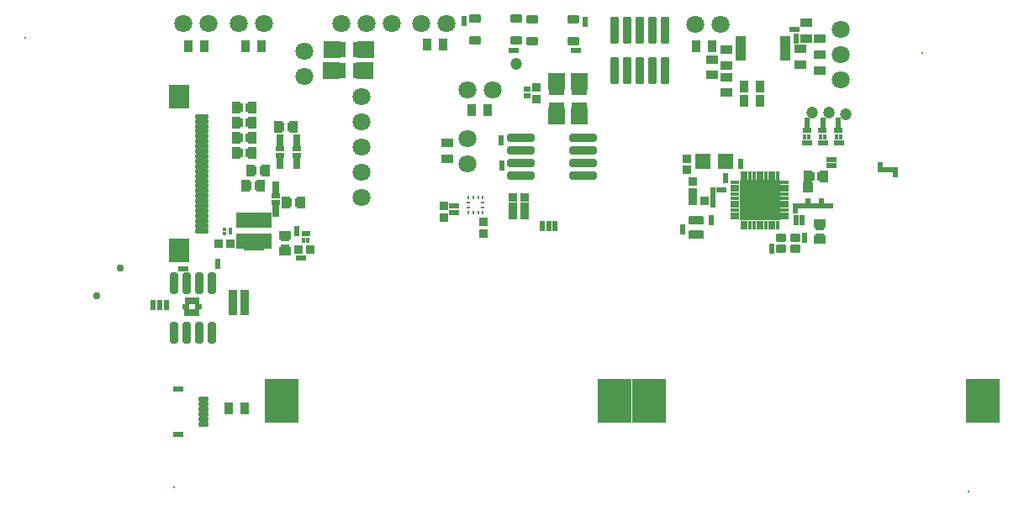
<source format=gts>
G04 Layer_Color=8388736*
%FSLAX44Y44*%
%MOMM*%
G71*
G01*
G75*
%ADD93R,0.2499X0.3000*%
%ADD94R,0.3000X0.2499*%
%ADD95R,3.4032X4.4032*%
%ADD96R,0.6332X0.4831*%
%ADD97R,0.9652X1.1684*%
%ADD98R,0.4532X0.7032*%
%ADD99R,0.4532X0.4032*%
%ADD100R,1.1684X0.9652*%
%ADD101R,0.9032X0.9032*%
G04:AMPARAMS|DCode=102|XSize=1.2032mm|YSize=1.2032mm|CornerRadius=0.6016mm|HoleSize=0mm|Usage=FLASHONLY|Rotation=90.000|XOffset=0mm|YOffset=0mm|HoleType=Round|Shape=RoundedRectangle|*
%AMROUNDEDRECTD102*
21,1,1.2032,0.0000,0,0,90.0*
21,1,0.0000,1.2032,0,0,90.0*
1,1,1.2032,0.0000,0.0000*
1,1,1.2032,0.0000,0.0000*
1,1,1.2032,0.0000,0.0000*
1,1,1.2032,0.0000,0.0000*
%
%ADD102ROUNDEDRECTD102*%
G04:AMPARAMS|DCode=103|XSize=1.2032mm|YSize=1.2032mm|CornerRadius=0.6016mm|HoleSize=0mm|Usage=FLASHONLY|Rotation=0.000|XOffset=0mm|YOffset=0mm|HoleType=Round|Shape=RoundedRectangle|*
%AMROUNDEDRECTD103*
21,1,1.2032,0.0000,0,0,0.0*
21,1,0.0000,1.2032,0,0,0.0*
1,1,1.2032,0.0000,0.0000*
1,1,1.2032,0.0000,0.0000*
1,1,1.2032,0.0000,0.0000*
1,1,1.2032,0.0000,0.0000*
%
%ADD103ROUNDEDRECTD103*%
%ADD104R,0.4831X0.6332*%
%ADD105R,0.5032X0.5032*%
%ADD106R,0.5032X0.5032*%
%ADD107R,0.9032X0.9032*%
%ADD108R,2.2032X1.0531*%
%ADD109R,0.9032X0.6032*%
%ADD110R,0.7531X0.5032*%
%ADD111R,0.7333X1.4531*%
%ADD112R,0.4531X0.6032*%
%ADD113R,3.6032X1.5032*%
%ADD114R,0.7033X0.5032*%
%ADD115R,0.5032X0.7033*%
%ADD116R,0.5733X0.7033*%
G04:AMPARAMS|DCode=117|XSize=1.8532mm|YSize=0.8132mm|CornerRadius=0.1779mm|HoleSize=0mm|Usage=FLASHONLY|Rotation=0.000|XOffset=0mm|YOffset=0mm|HoleType=Round|Shape=RoundedRectangle|*
%AMROUNDEDRECTD117*
21,1,1.8532,0.4575,0,0,0.0*
21,1,1.4975,0.8132,0,0,0.0*
1,1,0.3557,0.7488,-0.2288*
1,1,0.3557,-0.7488,-0.2288*
1,1,0.3557,-0.7488,0.2288*
1,1,0.3557,0.7488,0.2288*
%
%ADD117ROUNDEDRECTD117*%
G04:AMPARAMS|DCode=118|XSize=1.8532mm|YSize=0.7832mm|CornerRadius=0.1741mm|HoleSize=0mm|Usage=FLASHONLY|Rotation=0.000|XOffset=0mm|YOffset=0mm|HoleType=Round|Shape=RoundedRectangle|*
%AMROUNDEDRECTD118*
21,1,1.8532,0.4350,0,0,0.0*
21,1,1.5050,0.7832,0,0,0.0*
1,1,0.3482,0.7525,-0.2175*
1,1,0.3482,-0.7525,-0.2175*
1,1,0.3482,-0.7525,0.2175*
1,1,0.3482,0.7525,0.2175*
%
%ADD118ROUNDEDRECTD118*%
%ADD119R,1.1032X0.5232*%
G04:AMPARAMS|DCode=120|XSize=2.1732mm|YSize=0.7932mm|CornerRadius=0.1754mm|HoleSize=0mm|Usage=FLASHONLY|Rotation=90.000|XOffset=0mm|YOffset=0mm|HoleType=Round|Shape=RoundedRectangle|*
%AMROUNDEDRECTD120*
21,1,2.1732,0.4425,0,0,90.0*
21,1,1.8225,0.7932,0,0,90.0*
1,1,0.3507,0.2213,0.9113*
1,1,0.3507,0.2213,-0.9113*
1,1,0.3507,-0.2213,-0.9113*
1,1,0.3507,-0.2213,0.9113*
%
%ADD120ROUNDEDRECTD120*%
G04:AMPARAMS|DCode=121|XSize=0.8416mm|YSize=2.6516mm|CornerRadius=0.1248mm|HoleSize=0mm|Usage=FLASHONLY|Rotation=180.000|XOffset=0mm|YOffset=0mm|HoleType=Round|Shape=RoundedRectangle|*
%AMROUNDEDRECTD121*
21,1,0.8416,2.4020,0,0,180.0*
21,1,0.5920,2.6516,0,0,180.0*
1,1,0.2496,-0.2960,1.2010*
1,1,0.2496,0.2960,1.2010*
1,1,0.2496,0.2960,-1.2010*
1,1,0.2496,-0.2960,-1.2010*
%
%ADD121ROUNDEDRECTD121*%
%ADD122R,1.6033X1.6033*%
%ADD123R,2.0033X1.6033*%
G04:AMPARAMS|DCode=124|XSize=1.2532mm|YSize=0.8532mm|CornerRadius=0.1666mm|HoleSize=0mm|Usage=FLASHONLY|Rotation=180.000|XOffset=0mm|YOffset=0mm|HoleType=Round|Shape=RoundedRectangle|*
%AMROUNDEDRECTD124*
21,1,1.2532,0.5200,0,0,180.0*
21,1,0.9200,0.8532,0,0,180.0*
1,1,0.3332,-0.4600,0.2600*
1,1,0.3332,0.4600,0.2600*
1,1,0.3332,0.4600,-0.2600*
1,1,0.3332,-0.4600,-0.2600*
%
%ADD124ROUNDEDRECTD124*%
G04:AMPARAMS|DCode=125|XSize=0.5032mm|YSize=1.3033mm|CornerRadius=0.1031mm|HoleSize=0mm|Usage=FLASHONLY|Rotation=90.000|XOffset=0mm|YOffset=0mm|HoleType=Round|Shape=RoundedRectangle|*
%AMROUNDEDRECTD125*
21,1,0.5032,1.0971,0,0,90.0*
21,1,0.2970,1.3033,0,0,90.0*
1,1,0.2062,0.5485,0.1485*
1,1,0.2062,0.5485,-0.1485*
1,1,0.2062,-0.5485,-0.1485*
1,1,0.2062,-0.5485,0.1485*
%
%ADD125ROUNDEDRECTD125*%
%ADD126R,2.0033X2.4031*%
G04:AMPARAMS|DCode=127|XSize=0.5032mm|YSize=1.0032mm|CornerRadius=0.1031mm|HoleSize=0mm|Usage=FLASHONLY|Rotation=90.000|XOffset=0mm|YOffset=0mm|HoleType=Round|Shape=RoundedRectangle|*
%AMROUNDEDRECTD127*
21,1,0.5032,0.7970,0,0,90.0*
21,1,0.2970,1.0032,0,0,90.0*
1,1,0.2062,0.3985,0.1485*
1,1,0.2062,0.3985,-0.1485*
1,1,0.2062,-0.3985,-0.1485*
1,1,0.2062,-0.3985,0.1485*
%
%ADD127ROUNDEDRECTD127*%
%ADD128R,1.0032X0.6032*%
%ADD129R,1.6033X1.6033*%
%ADD130R,1.8032X1.8032*%
%ADD131R,1.8032X1.8032*%
%ADD132R,0.9533X0.4232*%
%ADD133R,0.4232X0.9533*%
%ADD134R,4.0531X4.0531*%
G04:AMPARAMS|DCode=135|XSize=0.9016mm|YSize=1.6016mm|CornerRadius=0.1508mm|HoleSize=0mm|Usage=FLASHONLY|Rotation=270.000|XOffset=0mm|YOffset=0mm|HoleType=Round|Shape=RoundedRectangle|*
%AMROUNDEDRECTD135*
21,1,0.9016,1.3000,0,0,270.0*
21,1,0.6000,1.6016,0,0,270.0*
1,1,0.3016,-0.6500,-0.3000*
1,1,0.3016,-0.6500,0.3000*
1,1,0.3016,0.6500,0.3000*
1,1,0.3016,0.6500,-0.3000*
%
%ADD135ROUNDEDRECTD135*%
G04:AMPARAMS|DCode=136|XSize=1.0016mm|YSize=0.9016mm|CornerRadius=0.1308mm|HoleSize=0mm|Usage=FLASHONLY|Rotation=0.000|XOffset=0mm|YOffset=0mm|HoleType=Round|Shape=RoundedRectangle|*
%AMROUNDEDRECTD136*
21,1,1.0016,0.6400,0,0,0.0*
21,1,0.7400,0.9016,0,0,0.0*
1,1,0.2616,0.3700,-0.3200*
1,1,0.2616,-0.3700,-0.3200*
1,1,0.2616,-0.3700,0.3200*
1,1,0.2616,0.3700,0.3200*
%
%ADD136ROUNDEDRECTD136*%
%ADD137C,1.8032*%
%ADD138C,0.7531*%
%ADD139C,0.2032*%
%ADD140C,0.8532*%
D93*
X2375822Y2251790D02*
D03*
X2380822D02*
D03*
X2385822D02*
D03*
X2390822D02*
D03*
Y2266790D02*
D03*
X2385822D02*
D03*
X2380822D02*
D03*
X2375822D02*
D03*
D94*
X2390822Y2256790D02*
D03*
Y2261790D02*
D03*
X2375822D02*
D03*
Y2256790D02*
D03*
D95*
X2523744Y2061718D02*
D03*
X2187844D02*
D03*
X2894076D02*
D03*
X2558176D02*
D03*
D96*
X2706624Y2424420D02*
D03*
Y2429520D02*
D03*
X2409444Y2322058D02*
D03*
Y2327158D02*
D03*
X2409698Y2296668D02*
D03*
Y2301768D02*
D03*
X2456942Y2235190D02*
D03*
Y2240290D02*
D03*
X2493518Y2446030D02*
D03*
Y2440930D02*
D03*
X2371598Y2441702D02*
D03*
Y2446802D02*
D03*
X2591816Y2231888D02*
D03*
Y2236988D02*
D03*
X2620518Y2246323D02*
D03*
Y2241222D02*
D03*
X2681986Y2217621D02*
D03*
Y2212520D02*
D03*
X2714498Y2223950D02*
D03*
Y2229051D02*
D03*
X2650744Y2298118D02*
D03*
Y2303219D02*
D03*
X2622296Y2264611D02*
D03*
Y2259510D02*
D03*
X2635377Y2288995D02*
D03*
Y2283894D02*
D03*
X2622296Y2269670D02*
D03*
Y2274771D02*
D03*
X2711958Y2241032D02*
D03*
Y2246132D02*
D03*
X2072101Y2156165D02*
D03*
Y2161266D02*
D03*
X2058893D02*
D03*
Y2156165D02*
D03*
X2748788Y2344430D02*
D03*
Y2339330D02*
D03*
X2733040D02*
D03*
Y2344430D02*
D03*
X2717038D02*
D03*
Y2339330D02*
D03*
X2463038Y2240290D02*
D03*
Y2235190D02*
D03*
X2450846D02*
D03*
Y2240290D02*
D03*
X2123948Y2202698D02*
D03*
Y2197598D02*
D03*
X2065497Y2161266D02*
D03*
Y2156165D02*
D03*
X2203468Y2230666D02*
D03*
Y2235766D02*
D03*
X2706624Y2241032D02*
D03*
Y2246132D02*
D03*
D97*
X2150999Y2054606D02*
D03*
X2134997D02*
D03*
X2395601Y2354580D02*
D03*
X2379599D02*
D03*
X2350897Y2420620D02*
D03*
X2334895D02*
D03*
X2151583Y2419528D02*
D03*
X2167585D02*
D03*
X2110181D02*
D03*
X2094179D02*
D03*
X2605151Y2419350D02*
D03*
X2621153D02*
D03*
X2718181Y2287715D02*
D03*
X2734183D02*
D03*
X2669921Y2378456D02*
D03*
X2653919D02*
D03*
Y2364232D02*
D03*
X2669921D02*
D03*
X2167255Y2278380D02*
D03*
X2151253D02*
D03*
X2191941Y2261761D02*
D03*
X2207943D02*
D03*
X2200275Y2338070D02*
D03*
X2184273D02*
D03*
X2156333Y2294128D02*
D03*
X2172335D02*
D03*
X2158365Y2311654D02*
D03*
X2142363D02*
D03*
X2158365Y2326894D02*
D03*
X2142363D02*
D03*
X2158365Y2342134D02*
D03*
X2142363D02*
D03*
X2158365Y2357374D02*
D03*
X2142363D02*
D03*
X2615311Y2303463D02*
D03*
X2631313D02*
D03*
D98*
X2136596Y2232660D02*
D03*
D99*
X2130096Y2234660D02*
D03*
Y2230660D02*
D03*
D100*
X2354834Y2305939D02*
D03*
Y2321941D02*
D03*
X2710180Y2416683D02*
D03*
Y2400681D02*
D03*
X2729738Y2410968D02*
D03*
Y2426970D02*
D03*
Y2410841D02*
D03*
Y2394839D02*
D03*
X2730246Y2240407D02*
D03*
Y2224405D02*
D03*
X2716530Y2443099D02*
D03*
Y2427097D02*
D03*
X2621280Y2406015D02*
D03*
Y2390013D02*
D03*
X2636266Y2415413D02*
D03*
Y2399411D02*
D03*
Y2388235D02*
D03*
Y2372233D02*
D03*
X2191748Y2212896D02*
D03*
Y2228898D02*
D03*
D101*
X2421113Y2248662D02*
D03*
X2432812D02*
D03*
X2421113Y2257552D02*
D03*
X2432812D02*
D03*
X2432820Y2266442D02*
D03*
X2421120D02*
D03*
X2138848Y2169589D02*
D03*
X2150547D02*
D03*
X2138848Y2152063D02*
D03*
X2150547D02*
D03*
X2138848Y2160699D02*
D03*
X2150547D02*
D03*
X2205220Y2214118D02*
D03*
X2216920D02*
D03*
X2732032Y2287715D02*
D03*
X2720332D02*
D03*
X2601968Y2263648D02*
D03*
X2613668D02*
D03*
X2136656Y2219960D02*
D03*
X2124956D02*
D03*
X2153404Y2278380D02*
D03*
X2165104D02*
D03*
X2205792Y2261761D02*
D03*
X2194093D02*
D03*
X2186424Y2338070D02*
D03*
X2198124D02*
D03*
X2170184Y2294128D02*
D03*
X2158484D02*
D03*
X2144514Y2311654D02*
D03*
X2156214D02*
D03*
X2144514Y2326894D02*
D03*
X2156214D02*
D03*
X2144514Y2342134D02*
D03*
X2156214D02*
D03*
X2144514Y2357374D02*
D03*
X2156214D02*
D03*
D102*
X2424430Y2401316D02*
D03*
D103*
X2756408Y2350770D02*
D03*
X2739390Y2352038D02*
D03*
X2722118Y2352294D02*
D03*
D104*
X2364282Y2251670D02*
D03*
X2359182D02*
D03*
X2205218Y2205482D02*
D03*
X2210318D02*
D03*
X2702296Y2435860D02*
D03*
X2707396D02*
D03*
X2424430Y2415286D02*
D03*
X2419330D02*
D03*
X2481814Y2415032D02*
D03*
X2486914D02*
D03*
X2735590Y2321814D02*
D03*
X2730490D02*
D03*
X2739634Y2304542D02*
D03*
X2744734D02*
D03*
X2633228Y2274760D02*
D03*
X2628128D02*
D03*
X2720858Y2279142D02*
D03*
X2715758D02*
D03*
X2091944Y2195068D02*
D03*
X2086844D02*
D03*
X2359182Y2258020D02*
D03*
X2364282D02*
D03*
X2746502Y2321814D02*
D03*
X2751602D02*
D03*
X2714488D02*
D03*
X2719588D02*
D03*
X2739634Y2298891D02*
D03*
X2744734D02*
D03*
X2720858Y2274316D02*
D03*
X2715758D02*
D03*
X2801132Y2294890D02*
D03*
X2796032D02*
D03*
D105*
X2731516Y2263150D02*
D03*
Y2258050D02*
D03*
X2806446Y2289800D02*
D03*
Y2294900D02*
D03*
X2718308Y2258050D02*
D03*
Y2263150D02*
D03*
X2705100Y2252970D02*
D03*
Y2258070D02*
D03*
X2790698Y2294880D02*
D03*
Y2299980D02*
D03*
D106*
X2714254Y2258060D02*
D03*
X2709154D02*
D03*
X2727472D02*
D03*
X2722372D02*
D03*
X2735570D02*
D03*
X2740670D02*
D03*
D107*
X2730246Y2238002D02*
D03*
Y2226302D02*
D03*
X2351452Y2246194D02*
D03*
Y2257894D02*
D03*
X2444750Y2365748D02*
D03*
Y2377448D02*
D03*
X2596388Y2306010D02*
D03*
Y2294311D02*
D03*
X2601976Y2283214D02*
D03*
Y2271514D02*
D03*
X2390902Y2242320D02*
D03*
Y2230620D02*
D03*
X2191748Y2226747D02*
D03*
Y2215048D02*
D03*
D108*
X2160524Y2225421D02*
D03*
Y2241423D02*
D03*
D109*
X2202985Y2309259D02*
D03*
Y2316259D02*
D03*
X2186475Y2309259D02*
D03*
Y2316259D02*
D03*
X2182114Y2261672D02*
D03*
Y2268672D02*
D03*
X2748788Y2334712D02*
D03*
X2732786D02*
D03*
X2716819Y2334656D02*
D03*
X2212340Y2230572D02*
D03*
D110*
X2435098Y2369109D02*
D03*
Y2375611D02*
D03*
D111*
X2202985Y2323508D02*
D03*
Y2302010D02*
D03*
X2186475Y2323508D02*
D03*
Y2302010D02*
D03*
X2182114Y2275921D02*
D03*
Y2254423D02*
D03*
D112*
X2751039Y2327712D02*
D03*
X2746537D02*
D03*
X2730536D02*
D03*
X2735036D02*
D03*
X2719070Y2327656D02*
D03*
X2714569D02*
D03*
X2214590Y2223572D02*
D03*
X2210090D02*
D03*
D113*
X2160524Y2222922D02*
D03*
Y2243922D02*
D03*
D114*
X2103882Y2156460D02*
D03*
X2091883D02*
D03*
D115*
X2102884Y2162460D02*
D03*
X2097883D02*
D03*
X2092881D02*
D03*
X2102884Y2150461D02*
D03*
X2097883D02*
D03*
D116*
X2092533D02*
D03*
D117*
X2433894Y2327148D02*
D03*
Y2314448D02*
D03*
Y2301748D02*
D03*
Y2289048D02*
D03*
X2486594D02*
D03*
Y2301748D02*
D03*
Y2314448D02*
D03*
Y2327148D02*
D03*
D118*
X2424648D02*
D03*
Y2314448D02*
D03*
Y2301748D02*
D03*
Y2289048D02*
D03*
X2496348D02*
D03*
Y2301748D02*
D03*
Y2314448D02*
D03*
Y2327148D02*
D03*
D119*
X2650490Y2426890D02*
D03*
Y2421890D02*
D03*
Y2416890D02*
D03*
Y2411890D02*
D03*
Y2406890D02*
D03*
X2695490D02*
D03*
Y2411890D02*
D03*
Y2416890D02*
D03*
Y2421890D02*
D03*
Y2426890D02*
D03*
D120*
X2079419Y2130757D02*
D03*
X2092119D02*
D03*
X2104819D02*
D03*
X2117519D02*
D03*
Y2180257D02*
D03*
X2104819D02*
D03*
X2092119D02*
D03*
X2079419D02*
D03*
D121*
X2535682Y2394428D02*
D03*
X2522982D02*
D03*
X2561082D02*
D03*
X2548382D02*
D03*
X2573782D02*
D03*
Y2435128D02*
D03*
X2548382D02*
D03*
X2561082D02*
D03*
X2522982D02*
D03*
X2535682D02*
D03*
D122*
X2160524Y2243922D02*
D03*
Y2221062D02*
D03*
X2464816Y2377694D02*
D03*
Y2354834D02*
D03*
X2487676Y2377694D02*
D03*
Y2354834D02*
D03*
D123*
X2160524Y2221062D02*
D03*
Y2243922D02*
D03*
D124*
X2440256Y2424602D02*
D03*
Y2446102D02*
D03*
X2481756D02*
D03*
Y2424602D02*
D03*
X2424352Y2425364D02*
D03*
Y2446864D02*
D03*
X2382852D02*
D03*
Y2425364D02*
D03*
D125*
X2107463Y2233229D02*
D03*
Y2238230D02*
D03*
Y2243229D02*
D03*
Y2248230D02*
D03*
Y2253229D02*
D03*
Y2258230D02*
D03*
Y2263229D02*
D03*
Y2268230D02*
D03*
Y2273229D02*
D03*
Y2278230D02*
D03*
Y2283229D02*
D03*
Y2288230D02*
D03*
Y2293229D02*
D03*
Y2298230D02*
D03*
Y2303229D02*
D03*
Y2308230D02*
D03*
Y2313229D02*
D03*
Y2318230D02*
D03*
Y2323229D02*
D03*
Y2328230D02*
D03*
Y2333229D02*
D03*
Y2338230D02*
D03*
Y2343229D02*
D03*
Y2348230D02*
D03*
D126*
X2084964Y2368230D02*
D03*
Y2213229D02*
D03*
D127*
X2108990Y2038296D02*
D03*
Y2043296D02*
D03*
Y2048296D02*
D03*
Y2053296D02*
D03*
Y2058296D02*
D03*
Y2063296D02*
D03*
D128*
X2083990Y2073296D02*
D03*
Y2028296D02*
D03*
D129*
X2611882Y2303463D02*
D03*
X2634742D02*
D03*
X2267458Y2416048D02*
D03*
X2244598D02*
D03*
X2267458Y2394458D02*
D03*
X2244598D02*
D03*
D130*
X2239010Y2416048D02*
D03*
X2273046D02*
D03*
X2237994Y2394458D02*
D03*
X2272030D02*
D03*
D131*
X2464816Y2349246D02*
D03*
Y2383282D02*
D03*
X2487676Y2349246D02*
D03*
Y2383282D02*
D03*
D132*
X2694704Y2262071D02*
D03*
Y2266069D02*
D03*
X2644701D02*
D03*
Y2262071D02*
D03*
X2694704Y2258070D02*
D03*
Y2254070D02*
D03*
Y2250069D02*
D03*
Y2270069D02*
D03*
Y2278070D02*
D03*
Y2274070D02*
D03*
X2644701Y2270069D02*
D03*
Y2274070D02*
D03*
Y2278070D02*
D03*
Y2258070D02*
D03*
Y2254070D02*
D03*
Y2250069D02*
D03*
X2694704Y2246069D02*
D03*
Y2282071D02*
D03*
X2644701D02*
D03*
Y2246069D02*
D03*
D133*
X2667704Y2239068D02*
D03*
X2671701D02*
D03*
X2667704Y2289071D02*
D03*
X2671701D02*
D03*
X2663703Y2239068D02*
D03*
X2659702D02*
D03*
X2675702D02*
D03*
X2679702D02*
D03*
X2683703D02*
D03*
X2675702Y2289071D02*
D03*
X2679702D02*
D03*
X2683703D02*
D03*
X2663703D02*
D03*
X2659702D02*
D03*
X2655702D02*
D03*
X2651702Y2239068D02*
D03*
X2687704D02*
D03*
Y2289071D02*
D03*
X2651702D02*
D03*
X2655702Y2239068D02*
D03*
D134*
X2669702Y2264070D02*
D03*
D135*
X2605786Y2229224D02*
D03*
Y2244224D02*
D03*
D136*
X2691242Y2226158D02*
D03*
X2705242D02*
D03*
Y2215159D02*
D03*
X2691242D02*
D03*
D137*
X2273300Y2441702D02*
D03*
X2298700D02*
D03*
X2247900D02*
D03*
X2375154Y2300986D02*
D03*
Y2326386D02*
D03*
X2400808Y2374900D02*
D03*
X2375408D02*
D03*
X2145106Y2441702D02*
D03*
X2170506D02*
D03*
X2211070Y2388870D02*
D03*
Y2414270D02*
D03*
X2328672Y2441702D02*
D03*
X2354072D02*
D03*
X2605024Y2441448D02*
D03*
X2630424D02*
D03*
X2751074Y2385568D02*
D03*
Y2436368D02*
D03*
Y2410968D02*
D03*
X2114372Y2441702D02*
D03*
X2088972D02*
D03*
X2268728Y2266696D02*
D03*
Y2292096D02*
D03*
Y2317496D02*
D03*
Y2368296D02*
D03*
Y2342896D02*
D03*
D138*
X2001959Y2167641D02*
D03*
X2025459Y2195639D02*
D03*
D139*
X2833000Y2412000D02*
D03*
X2880000Y1970000D02*
D03*
X1930000Y2427500D02*
D03*
X2080000Y1975000D02*
D03*
D140*
X2681701Y2276069D02*
D03*
Y2264070D02*
D03*
Y2252071D02*
D03*
X2669702Y2276069D02*
D03*
Y2264070D02*
D03*
Y2252071D02*
D03*
X2657704Y2276069D02*
D03*
Y2264070D02*
D03*
Y2252071D02*
D03*
M02*

</source>
